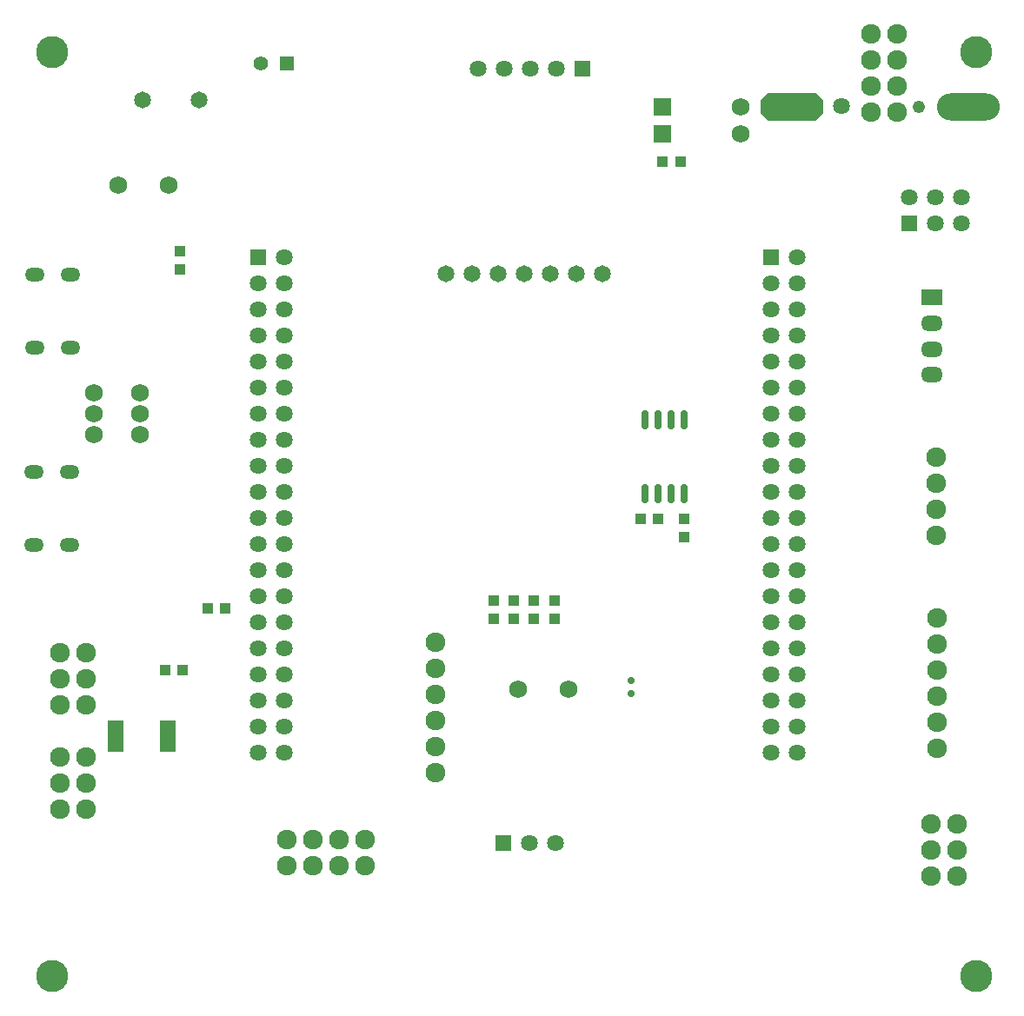
<source format=gbs>
G04*
G04 #@! TF.GenerationSoftware,Altium Limited,Altium Designer,19.0.4 (130)*
G04*
G04 Layer_Color=16711935*
%FSLAX25Y25*%
%MOIN*%
G70*
G01*
G75*
%ADD36R,0.04300X0.04000*%
%ADD37R,0.04000X0.04300*%
%ADD48R,0.06406X0.12311*%
%ADD49O,0.07587X0.05224*%
%ADD50C,0.06406*%
%ADD51R,0.06406X0.06406*%
%ADD52C,0.02862*%
%ADD53C,0.04831*%
%ADD54C,0.06500*%
%ADD55R,0.06406X0.06406*%
%ADD56C,0.07587*%
%ADD57C,0.06799*%
%ADD58R,0.08374X0.06012*%
%ADD59O,0.08374X0.06012*%
%ADD60C,0.06799*%
%ADD61C,0.05500*%
%ADD62R,0.05500X0.05500*%
%ADD63R,0.06799X0.06799*%
%ADD64C,0.12311*%
G04:AMPARAMS|DCode=93|XSize=103.43mil|YSize=241.22mil|CornerRadius=0mil|HoleSize=0mil|Usage=FLASHONLY|Rotation=90.000|XOffset=0mil|YOffset=0mil|HoleType=Round|Shape=Octagon|*
%AMOCTAGOND93*
4,1,8,-0.12061,-0.02586,-0.12061,0.02586,-0.09475,0.05171,0.09475,0.05171,0.12061,0.02586,0.12061,-0.02586,0.09475,-0.05171,-0.09475,-0.05171,-0.12061,-0.02586,0.0*
%
%ADD93OCTAGOND93*%

%ADD94O,0.24122X0.10343*%
%ADD95O,0.02862X0.07587*%
D36*
X252000Y195000D02*
D03*
X245100D02*
D03*
X62791Y137000D02*
D03*
X69691D02*
D03*
X79100Y160500D02*
D03*
X86000D02*
D03*
X253600Y332000D02*
D03*
X260500D02*
D03*
D37*
X189044Y163500D02*
D03*
Y156600D02*
D03*
X196666Y163500D02*
D03*
Y156600D02*
D03*
X204351Y163500D02*
D03*
Y156600D02*
D03*
X212281Y163500D02*
D03*
Y156600D02*
D03*
X262000Y188000D02*
D03*
Y194900D02*
D03*
X68500Y297500D02*
D03*
Y290600D02*
D03*
D48*
X44000Y111500D02*
D03*
X64000D02*
D03*
D49*
X26441Y260425D02*
D03*
X26442Y288575D02*
D03*
X12859Y288574D02*
D03*
X12859Y260425D02*
D03*
X26300Y184925D02*
D03*
X26301Y213075D02*
D03*
X12718Y213074D02*
D03*
X12718Y184925D02*
D03*
D50*
X108425Y105276D02*
D03*
X98425D02*
D03*
X108425Y115276D02*
D03*
X98425D02*
D03*
X108425Y125276D02*
D03*
X98425D02*
D03*
X108425Y135276D02*
D03*
X98425D02*
D03*
X108425Y145276D02*
D03*
X98425D02*
D03*
X108425Y155276D02*
D03*
X98425D02*
D03*
X108425Y165276D02*
D03*
X98425D02*
D03*
X108425Y175276D02*
D03*
X98425D02*
D03*
X108425Y185276D02*
D03*
X98425D02*
D03*
X108425Y195276D02*
D03*
X98425D02*
D03*
X108425Y205276D02*
D03*
X98425D02*
D03*
X108425Y215276D02*
D03*
X98425D02*
D03*
X108425Y225276D02*
D03*
X98425D02*
D03*
X108425Y235276D02*
D03*
X98425D02*
D03*
X108425Y245276D02*
D03*
X98425D02*
D03*
X108425Y255276D02*
D03*
X98425D02*
D03*
X108425Y265276D02*
D03*
X98425D02*
D03*
X108425Y275276D02*
D03*
X98425D02*
D03*
X108425Y285276D02*
D03*
X98425D02*
D03*
X108425Y295276D02*
D03*
X305276Y105276D02*
D03*
X295276D02*
D03*
X305276Y115276D02*
D03*
X295276D02*
D03*
X305276Y125276D02*
D03*
X295276D02*
D03*
X305276Y135276D02*
D03*
X295276D02*
D03*
X305276Y145276D02*
D03*
X295276D02*
D03*
X305276Y155276D02*
D03*
X295276D02*
D03*
X305276Y165276D02*
D03*
X295276D02*
D03*
X305276Y175276D02*
D03*
X295276D02*
D03*
X305276Y185276D02*
D03*
X295276D02*
D03*
X305276Y195276D02*
D03*
X295276D02*
D03*
X305276Y205276D02*
D03*
X295276D02*
D03*
X305276Y215276D02*
D03*
X295276D02*
D03*
X305276Y225276D02*
D03*
X295276D02*
D03*
X305276Y235276D02*
D03*
X295276D02*
D03*
X305276Y245276D02*
D03*
X295276D02*
D03*
X305276Y255276D02*
D03*
X295276D02*
D03*
X305276Y265276D02*
D03*
X295276D02*
D03*
X305276Y275276D02*
D03*
X295276D02*
D03*
X305276Y285276D02*
D03*
X295276D02*
D03*
X305276Y295276D02*
D03*
X322230Y353098D02*
D03*
X348325Y318325D02*
D03*
X358325Y308325D02*
D03*
Y318325D02*
D03*
X368325Y308325D02*
D03*
Y318325D02*
D03*
X202500Y70500D02*
D03*
X212500D02*
D03*
X193000Y367500D02*
D03*
X203000D02*
D03*
X213000D02*
D03*
X183000D02*
D03*
D51*
X98425Y295276D02*
D03*
X295276D02*
D03*
D52*
X241500Y128000D02*
D03*
Y133000D02*
D03*
D53*
X351757Y353000D02*
D03*
D54*
X170500Y289000D02*
D03*
X180500D02*
D03*
X190500D02*
D03*
X200500D02*
D03*
X210500D02*
D03*
X220500D02*
D03*
X230500D02*
D03*
X54173Y355500D02*
D03*
X75827D02*
D03*
D55*
X348325Y308325D02*
D03*
X192500Y70500D02*
D03*
X223000Y367500D02*
D03*
D56*
X366500Y68000D02*
D03*
X356500Y78000D02*
D03*
X366500D02*
D03*
X356500Y68000D02*
D03*
Y58000D02*
D03*
X366500D02*
D03*
X166500Y117423D02*
D03*
Y107423D02*
D03*
Y127423D02*
D03*
Y137423D02*
D03*
Y147423D02*
D03*
Y97423D02*
D03*
X109500Y62000D02*
D03*
Y72000D02*
D03*
X129500Y62000D02*
D03*
Y72000D02*
D03*
X139500Y62000D02*
D03*
Y72000D02*
D03*
X119500Y62000D02*
D03*
Y72000D02*
D03*
X359000Y156969D02*
D03*
Y106969D02*
D03*
Y116969D02*
D03*
Y126969D02*
D03*
Y146969D02*
D03*
Y136969D02*
D03*
X358500Y218500D02*
D03*
Y208500D02*
D03*
Y198500D02*
D03*
Y188500D02*
D03*
X343500Y371000D02*
D03*
X333500D02*
D03*
X343500Y381000D02*
D03*
X333500D02*
D03*
Y351000D02*
D03*
X343500D02*
D03*
Y361000D02*
D03*
X333500D02*
D03*
X22500Y103500D02*
D03*
X32500D02*
D03*
Y93500D02*
D03*
X22500Y83500D02*
D03*
X32500D02*
D03*
X22500Y93500D02*
D03*
Y143500D02*
D03*
X32500D02*
D03*
Y133500D02*
D03*
X22500Y123500D02*
D03*
X32500D02*
D03*
X22500Y133500D02*
D03*
D57*
X217646Y129429D02*
D03*
X198354D02*
D03*
X64227Y323031D02*
D03*
X44935D02*
D03*
X283500Y353000D02*
D03*
Y342500D02*
D03*
D58*
X357000Y279751D02*
D03*
D59*
Y269909D02*
D03*
Y260067D02*
D03*
Y250224D02*
D03*
D60*
X35524Y243150D02*
D03*
Y235276D02*
D03*
Y227402D02*
D03*
X53240D02*
D03*
Y235276D02*
D03*
Y243150D02*
D03*
D61*
X99500Y369500D02*
D03*
D62*
X109500D02*
D03*
D63*
X253500Y353000D02*
D03*
Y342500D02*
D03*
D64*
X19685Y374016D02*
D03*
X374016D02*
D03*
Y19685D02*
D03*
X19685Y19685D02*
D03*
D93*
X303135Y353000D02*
D03*
D94*
X370852D02*
D03*
D95*
X247000Y232846D02*
D03*
X252000D02*
D03*
X257000D02*
D03*
X262000D02*
D03*
X247000Y204500D02*
D03*
X252000D02*
D03*
X257000D02*
D03*
X262000D02*
D03*
M02*

</source>
